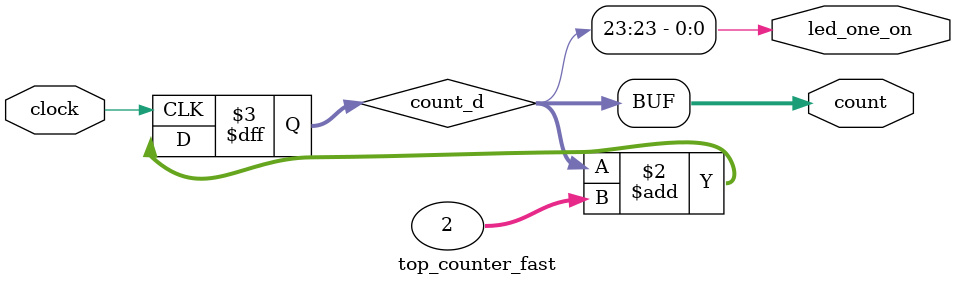
<source format=sv>

`timescale 1 ps / 1 ps
`default_nettype none

module top_counter_fast(
   // Control signals for the LEDs
   output wire led_one_on,
   output wire [31:0] count,

   // clock 
   input wire clock
);
   localparam COUNTER_TAP = 23;

   reg [31:0]count_d;

   assign count      =  count_d;
   assign led_one_on =  count_d[COUNTER_TAP];

   always_ff @(posedge clock) begin         
      count_d <= count_d + 2;
   end
endmodule

</source>
